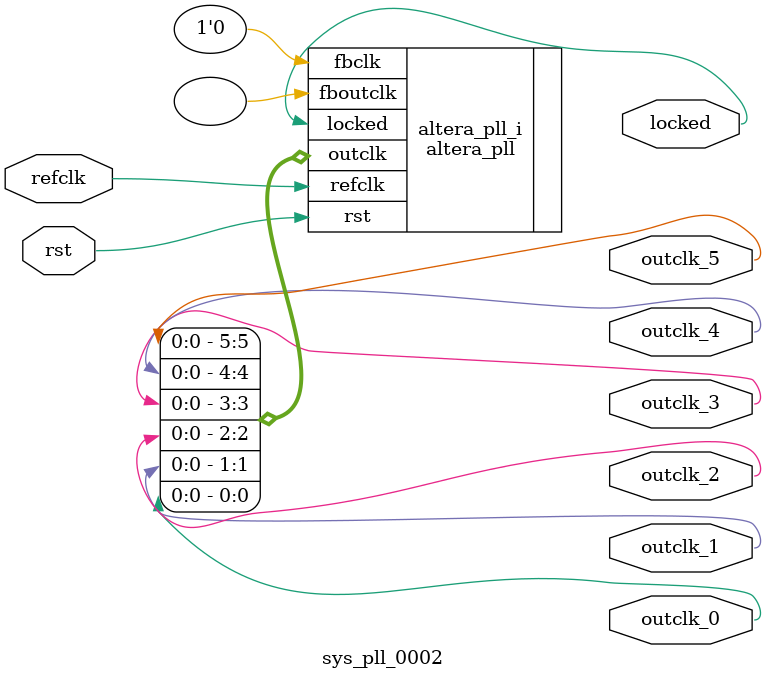
<source format=v>
`timescale 1ns/10ps
module  sys_pll_0002(

	// interface 'refclk'
	input wire refclk,

	// interface 'reset'
	input wire rst,

	// interface 'outclk0'
	output wire outclk_0,

	// interface 'outclk1'
	output wire outclk_1,

	// interface 'outclk2'
	output wire outclk_2,

	// interface 'outclk3'
	output wire outclk_3,

	// interface 'outclk4'
	output wire outclk_4,

	// interface 'outclk5'
	output wire outclk_5,

	// interface 'locked'
	output wire locked
);

	altera_pll #(
		.fractional_vco_multiplier("false"),
		.reference_clock_frequency("50.0 MHz"),
		.operation_mode("normal"),
		.number_of_clocks(6),
		.output_clock_frequency0("100.000000 MHz"),
		.phase_shift0("0 ps"),
		.duty_cycle0(50),
		.output_clock_frequency1("50.000000 MHz"),
		.phase_shift1("0 ps"),
		.duty_cycle1(50),
		.output_clock_frequency2("25.000000 MHz"),
		.phase_shift2("0 ps"),
		.duty_cycle2(50),
		.output_clock_frequency3("10.000000 MHz"),
		.phase_shift3("0 ps"),
		.duty_cycle3(50),
		.output_clock_frequency4("5.000000 MHz"),
		.phase_shift4("0 ps"),
		.duty_cycle4(50),
		.output_clock_frequency5("1.000000 MHz"),
		.phase_shift5("0 ps"),
		.duty_cycle5(50),
		.output_clock_frequency6("0 MHz"),
		.phase_shift6("0 ps"),
		.duty_cycle6(50),
		.output_clock_frequency7("0 MHz"),
		.phase_shift7("0 ps"),
		.duty_cycle7(50),
		.output_clock_frequency8("0 MHz"),
		.phase_shift8("0 ps"),
		.duty_cycle8(50),
		.output_clock_frequency9("0 MHz"),
		.phase_shift9("0 ps"),
		.duty_cycle9(50),
		.output_clock_frequency10("0 MHz"),
		.phase_shift10("0 ps"),
		.duty_cycle10(50),
		.output_clock_frequency11("0 MHz"),
		.phase_shift11("0 ps"),
		.duty_cycle11(50),
		.output_clock_frequency12("0 MHz"),
		.phase_shift12("0 ps"),
		.duty_cycle12(50),
		.output_clock_frequency13("0 MHz"),
		.phase_shift13("0 ps"),
		.duty_cycle13(50),
		.output_clock_frequency14("0 MHz"),
		.phase_shift14("0 ps"),
		.duty_cycle14(50),
		.output_clock_frequency15("0 MHz"),
		.phase_shift15("0 ps"),
		.duty_cycle15(50),
		.output_clock_frequency16("0 MHz"),
		.phase_shift16("0 ps"),
		.duty_cycle16(50),
		.output_clock_frequency17("0 MHz"),
		.phase_shift17("0 ps"),
		.duty_cycle17(50),
		.pll_type("General"),
		.pll_subtype("General")
	) altera_pll_i (
		.rst	(rst),
		.outclk	({outclk_5, outclk_4, outclk_3, outclk_2, outclk_1, outclk_0}),
		.locked	(locked),
		.fboutclk	( ),
		.fbclk	(1'b0),
		.refclk	(refclk)
	);
endmodule


</source>
